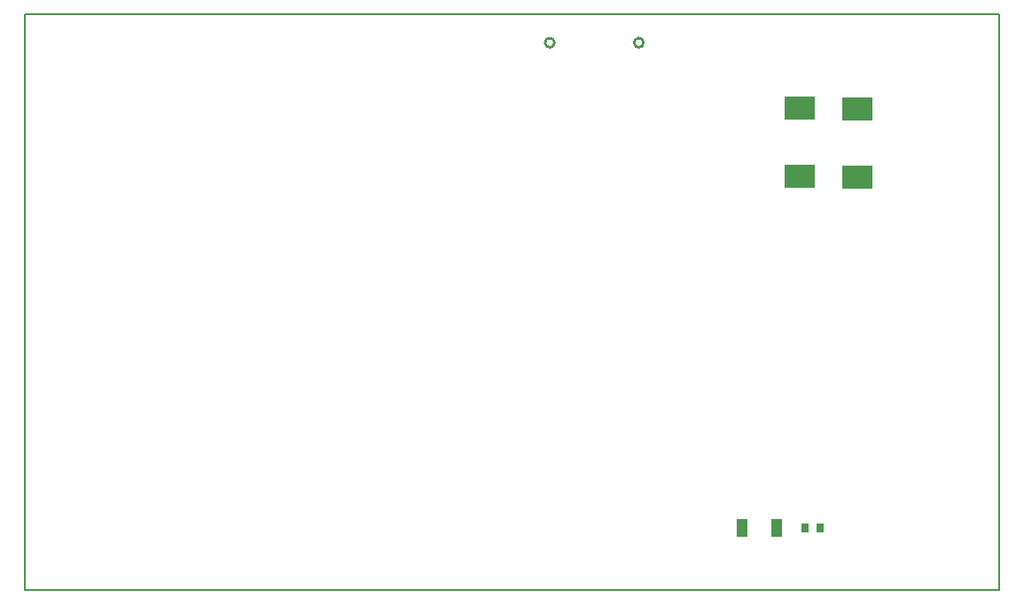
<source format=gbp>
%FSLAX25Y25*%
%MOIN*%
G70*
G01*
G75*
G04 Layer_Color=128*
%ADD10C,0.02000*%
%ADD11R,0.07874X0.07874*%
%ADD12R,0.03347X0.02756*%
%ADD13R,0.02756X0.08268*%
%ADD14R,0.02559X0.04843*%
%ADD15R,0.19685X0.05118*%
%ADD16R,0.04724X0.09843*%
%ADD17R,0.09843X0.05906*%
%ADD18O,0.01378X0.06890*%
%ADD19R,0.01378X0.01181*%
%ADD20R,0.01378X0.00984*%
%ADD21R,0.01181X0.01181*%
%ADD22O,0.04724X0.00984*%
%ADD23R,0.04724X0.01772*%
%ADD24O,0.04724X0.01772*%
%ADD25O,0.00984X0.04724*%
%ADD26O,0.01772X0.04724*%
%ADD27R,0.07480X0.05512*%
%ADD28R,0.05315X0.01654*%
%ADD29R,0.03937X0.03150*%
%ADD30R,0.03150X0.03937*%
%ADD31R,0.09843X0.11811*%
%ADD32O,0.07087X0.02362*%
%ADD33O,0.02362X0.07087*%
%ADD34O,0.03543X0.01969*%
%ADD35R,0.03543X0.01969*%
%ADD36O,0.03543X0.01969*%
%ADD37R,0.01575X0.03347*%
%ADD38R,0.03937X0.02362*%
%ADD39R,0.02756X0.03347*%
G04:AMPARAMS|DCode=40|XSize=35.43mil|YSize=157.48mil|CornerRadius=1.77mil|HoleSize=0mil|Usage=FLASHONLY|Rotation=0.000|XOffset=0mil|YOffset=0mil|HoleType=Round|Shape=RoundedRectangle|*
%AMROUNDEDRECTD40*
21,1,0.03543,0.15394,0,0,0.0*
21,1,0.03189,0.15748,0,0,0.0*
1,1,0.00354,0.01595,-0.07697*
1,1,0.00354,-0.01595,-0.07697*
1,1,0.00354,-0.01595,0.07697*
1,1,0.00354,0.01595,0.07697*
%
%ADD40ROUNDEDRECTD40*%
%ADD41R,0.05906X0.03937*%
%ADD42R,0.05118X0.19685*%
%ADD43R,0.03937X0.05906*%
%ADD44C,0.04000*%
%ADD45C,0.01000*%
%ADD46C,0.01500*%
%ADD47C,0.00800*%
%ADD48C,0.03000*%
%ADD49C,0.07000*%
%ADD50R,0.16830X0.03653*%
%ADD51C,0.00500*%
%ADD52C,0.05906*%
%ADD53R,0.05906X0.05906*%
%ADD54C,0.11811*%
%ADD55O,0.07874X0.15748*%
%ADD56C,0.03228*%
%ADD57R,0.05906X0.05906*%
%ADD58C,0.07874*%
%ADD59R,0.07874X0.07874*%
%ADD60O,0.11811X0.07874*%
%ADD61R,0.11811X0.07874*%
G04:AMPARAMS|DCode=62|XSize=51.18mil|YSize=173.23mil|CornerRadius=2.56mil|HoleSize=0mil|Usage=FLASHONLY|Rotation=0.000|XOffset=0mil|YOffset=0mil|HoleType=Round|Shape=RoundedRectangle|*
%AMROUNDEDRECTD62*
21,1,0.05118,0.16811,0,0,0.0*
21,1,0.04606,0.17323,0,0,0.0*
1,1,0.00512,0.02303,-0.08406*
1,1,0.00512,-0.02303,-0.08406*
1,1,0.00512,-0.02303,0.08406*
1,1,0.00512,0.02303,0.08406*
%
%ADD62ROUNDEDRECTD62*%
%ADD63C,0.03000*%
%ADD64C,0.04000*%
%ADD65C,0.02000*%
%ADD66C,0.06000*%
%ADD67R,0.03937X0.07087*%
%ADD68R,0.11811X0.08661*%
%ADD69C,0.00984*%
%ADD70C,0.02362*%
%ADD71C,0.00787*%
%ADD72C,0.00300*%
%ADD73C,0.00400*%
%ADD74C,0.00493*%
%ADD75C,0.00700*%
%ADD76R,0.08674X0.08674*%
%ADD77R,0.04147X0.03556*%
%ADD78R,0.03556X0.09068*%
%ADD79R,0.03359X0.05643*%
%ADD80R,0.20485X0.05918*%
%ADD81R,0.05524X0.10642*%
%ADD82R,0.10642X0.06706*%
%ADD83O,0.02178X0.07690*%
%ADD84R,0.02178X0.01981*%
%ADD85R,0.02178X0.01784*%
%ADD86R,0.01981X0.01981*%
%ADD87O,0.05524X0.01784*%
%ADD88R,0.05524X0.02572*%
%ADD89O,0.05524X0.02572*%
%ADD90O,0.01784X0.05524*%
%ADD91O,0.02572X0.05524*%
%ADD92R,0.08280X0.06312*%
%ADD93R,0.06115X0.02454*%
%ADD94R,0.04737X0.03950*%
%ADD95R,0.03950X0.04737*%
%ADD96R,0.10642X0.12611*%
%ADD97O,0.07887X0.03162*%
%ADD98O,0.03162X0.07887*%
%ADD99O,0.04343X0.02769*%
%ADD100R,0.04343X0.02769*%
%ADD101O,0.04343X0.02769*%
%ADD102R,0.02375X0.04147*%
%ADD103R,0.04737X0.03162*%
%ADD104R,0.03556X0.04147*%
G04:AMPARAMS|DCode=105|XSize=39.37mil|YSize=161.42mil|CornerRadius=1.97mil|HoleSize=0mil|Usage=FLASHONLY|Rotation=0.000|XOffset=0mil|YOffset=0mil|HoleType=Round|Shape=RoundedRectangle|*
%AMROUNDEDRECTD105*
21,1,0.03937,0.15748,0,0,0.0*
21,1,0.03543,0.16142,0,0,0.0*
1,1,0.00394,0.01772,-0.07874*
1,1,0.00394,-0.01772,-0.07874*
1,1,0.00394,-0.01772,0.07874*
1,1,0.00394,0.01772,0.07874*
%
%ADD105ROUNDEDRECTD105*%
%ADD106R,0.06706X0.04737*%
%ADD107R,0.05918X0.20485*%
%ADD108R,0.04737X0.06706*%
%ADD109C,0.06706*%
%ADD110R,0.06706X0.06706*%
%ADD111C,0.12611*%
%ADD112O,0.08674X0.16548*%
%ADD113C,0.04028*%
%ADD114R,0.06706X0.06706*%
%ADD115C,0.08674*%
%ADD116R,0.08674X0.08674*%
%ADD117O,0.12611X0.08674*%
%ADD118R,0.12611X0.08674*%
G04:AMPARAMS|DCode=119|XSize=55.12mil|YSize=177.16mil|CornerRadius=2.76mil|HoleSize=0mil|Usage=FLASHONLY|Rotation=0.000|XOffset=0mil|YOffset=0mil|HoleType=Round|Shape=RoundedRectangle|*
%AMROUNDEDRECTD119*
21,1,0.05512,0.17165,0,0,0.0*
21,1,0.04961,0.17716,0,0,0.0*
1,1,0.00551,0.02480,-0.08583*
1,1,0.00551,-0.02480,-0.08583*
1,1,0.00551,-0.02480,0.08583*
1,1,0.00551,0.02480,0.08583*
%
%ADD119ROUNDEDRECTD119*%
%ADD120R,0.04737X0.07887*%
%ADD121R,0.12611X0.09461*%
D39*
X253594Y-175900D02*
D03*
X259500D02*
D03*
D45*
X193037Y6781D02*
G03*
X193037Y6781I-1772J0D01*
G01*
X159572D02*
G03*
X159572Y6781I-1772J0D01*
G01*
D51*
X-39500Y-199135D02*
Y17400D01*
Y-199135D02*
X326642D01*
Y17400D01*
X-39500D02*
X326642D01*
D67*
X242995Y-175800D02*
D03*
X230200D02*
D03*
D68*
X251800Y-17910D02*
D03*
Y-43500D02*
D03*
X273400Y-18110D02*
D03*
Y-43700D02*
D03*
M02*

</source>
